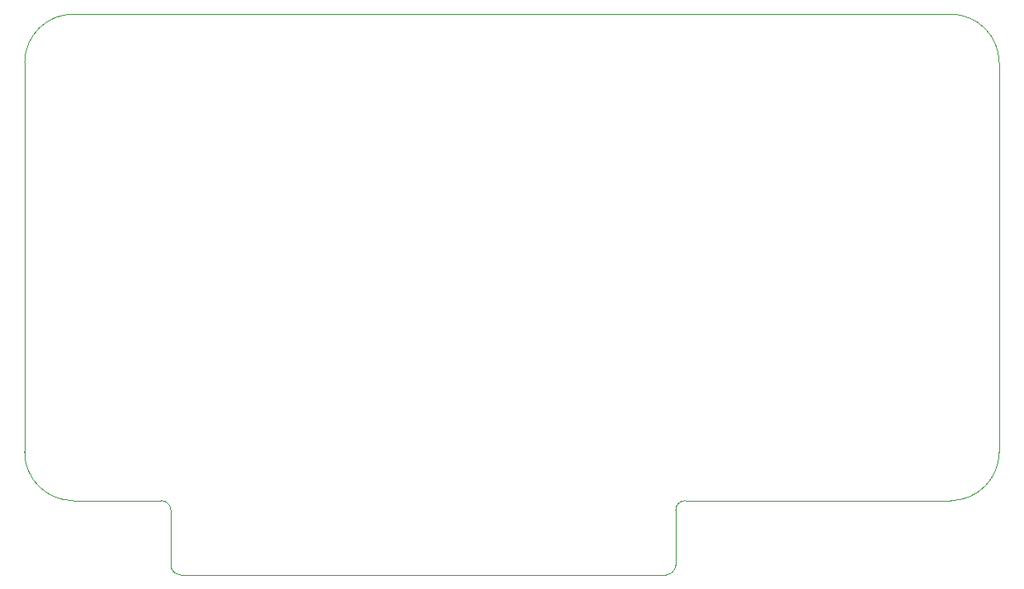
<source format=gbr>
G04 #@! TF.GenerationSoftware,KiCad,Pcbnew,(5.1.9-0-10_14)*
G04 #@! TF.CreationDate,2021-04-09T13:26:58-05:00*
G04 #@! TF.ProjectId,Serial Card,53657269-616c-4204-9361-72642e6b6963,rev?*
G04 #@! TF.SameCoordinates,Original*
G04 #@! TF.FileFunction,Profile,NP*
%FSLAX46Y46*%
G04 Gerber Fmt 4.6, Leading zero omitted, Abs format (unit mm)*
G04 Created by KiCad (PCBNEW (5.1.9-0-10_14)) date 2021-04-09 13:26:58*
%MOMM*%
%LPD*%
G01*
G04 APERTURE LIST*
G04 #@! TA.AperFunction,Profile*
%ADD10C,0.050000*%
G04 #@! TD*
G04 APERTURE END LIST*
D10*
X165301100Y-132813600D02*
G75*
G02*
X164301100Y-133813600I-1000000J0D01*
G01*
X114501100Y-133813600D02*
G75*
G02*
X113501100Y-132813600I0J1000000D01*
G01*
X166301100Y-126193600D02*
X193501100Y-126193600D01*
X198501100Y-121193600D02*
G75*
G02*
X193501100Y-126193600I-5000000J0D01*
G01*
X198501100Y-121193600D02*
X198501100Y-81193600D01*
X193501100Y-76193600D02*
G75*
G02*
X198501100Y-81193600I0J-5000000D01*
G01*
X193501100Y-76193600D02*
X103501100Y-76193600D01*
X98501100Y-81193600D02*
G75*
G02*
X103501100Y-76193600I5000000J0D01*
G01*
X98501100Y-81193600D02*
X98501100Y-121193600D01*
X103501100Y-126193600D02*
G75*
G02*
X98501100Y-121193600I0J5000000D01*
G01*
X103501100Y-126193600D02*
X112501100Y-126193600D01*
X112501100Y-126193600D02*
G75*
G02*
X113501100Y-127193600I0J-1000000D01*
G01*
X113501100Y-127193600D02*
X113501100Y-132813600D01*
X114501100Y-133813600D02*
X164301100Y-133813600D01*
X165301100Y-132813600D02*
X165301100Y-127193600D01*
X165301100Y-127193600D02*
G75*
G02*
X166301100Y-126193600I1000000J0D01*
G01*
M02*

</source>
